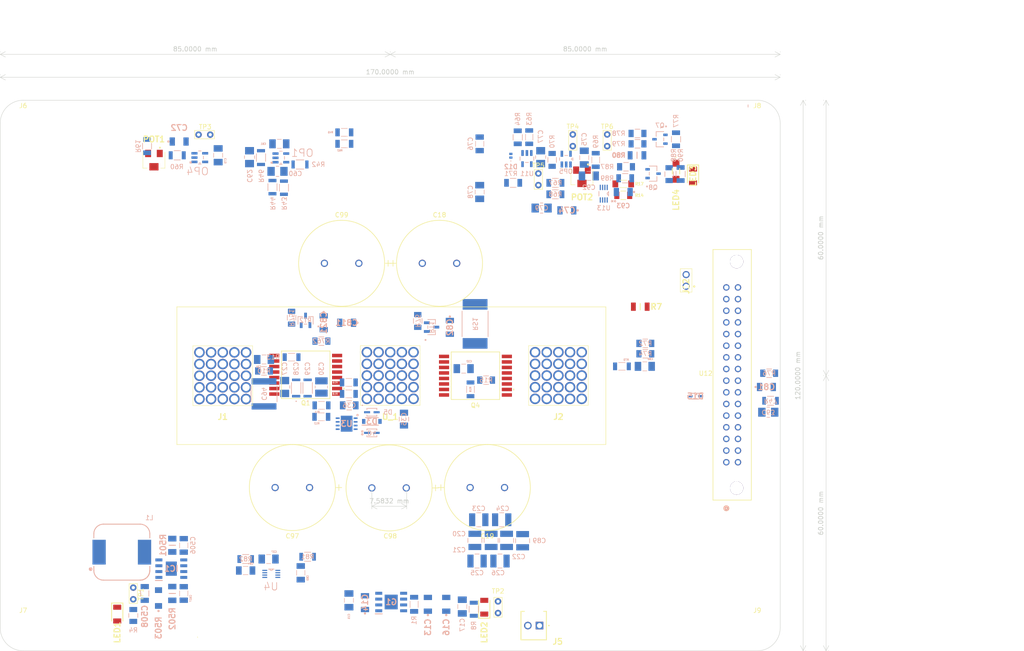
<source format=kicad_pcb>
(kicad_pcb (version 20240108) (generator "pcbnew") (generator_version "8.0")
  (layers (0 "F.Cu" signal) (1 "In1.Cu" signal) (2 "In2.Cu" signal) (31 "B.Cu" signal) (34 "B.Paste" user) (35 "F.Paste" user) (36 "B.SilkS" user "B.Silkscreen") (37 "F.SilkS" user "F.Silkscreen") (38 "B.Mask" user) (39 "F.Mask" user) (44 "Edge.Cuts" user))
  (net 0 "")
  (net 1 "Net-(G1-Q)")
  (net 2 "Net-(G1-BYP)")
  (net 3 "Net-(C31-Pad2)")
  (net 4 "12V")
  (net 5 "5V")
  (net 6 "V_BAT-")
  (net 7 "+BATT")
  (net 8 "/U-Phase/U")
  (net 9 "Net-(C32-Pad2)")
  (net 10 "/U-Phase/U_CS+")
  (net 11 "Net-(C81-Pad2)")
  (net 12 "Net-(D4-A)")
  (net 13 "Net-(D5-A)")
  (net 14 "Net-(D3-K)")
  (net 15 "/U-Phase/12V")
  (net 16 "/U-Phase/+5V")
  (net 17 "GND")
  (net 18 "Net-(OP1-+IN)")
  (net 19 "Net-(OP1--IN)")
  (net 20 "Net-(OP1-V+)")
  (net 21 "Net-(OP1-OUT)")
  (net 22 "I_SNS_PHASE_U")
  (net 23 "Net-(OP4-+IN)")
  (net 24 "Net-(OP4-V+)")
  (net 25 "Net-(OP5-+IN)")
  (net 26 "Net-(OP5-V+)")
  (net 27 "Net-(D12-K)")
  (net 28 "Net-(OP5--IN)")
  (net 29 "+5V")
  (net 30 "Net-(U13-CLK)")
  (net 31 "Net-(D15-K)")
  (net 32 "U_CS+")
  (net 33 "GNDS")
  (net 34 "/U-Phase/U-HIN")
  (net 35 "/U-Phase/U-LIN")
  (net 36 "Net-(U13-~{CLR})")
  (net 37 "Net-(D4-K)")
  (net 38 "Net-(D5-K)")
  (net 39 "Net-(D12-A)")
  (net 42 "Net-(IC1-FB)")
  (net 44 "Net-(IC1-BST)")
  (net 45 "Net-(IC1-SW)")
  (net 46 "V_BAT+")
  (net 47 "Net-(IC1-RON)")
  (net 48 "Net-(LED1-A)")
  (net 49 "Net-(LED2-A)")
  (net 50 "Net-(LED3-K)")
  (net 51 "Net-(LED4-A)")
  (net 52 "OFFSET")
  (net 53 "Net-(POT1-Pad2)")
  (net 54 "Net-(POT2-Pad2)")
  (net 55 "Net-(Q7-D)")
  (net 56 "/Power Board Connector/DR_EN")
  (net 57 "Net-(Q8-G)")
  (net 58 "SD")
  (net 59 "Net-(RT1-V_{OUT})")
  (net 60 "/U-Phase/U-LO")
  (net 61 "/U-Phase/U-HO")
  (net 62 "/U-Phase/U-HI")
  (net 63 "/U-Phase/U-LI")
  (net 65 "BEMF_PHASE_U")
  (net 66 "I_PHASE_U")
  (net 68 "U-L")
  (net 74 "Net-(RT1-GND)")
  (net 78 "U-H")
  (net 88 "Net-(J12-Pad02)")
  (net 89 "Net-(C811-Pad2)")
  (net 90 "Net-(RT2-V_{DD})")
  (net 91 "Net-(RT2-V_{OUT})")
  (net 93 "Net-(J1-Pin_1)")
  (footprint "Misc-Footprints:LED1" (layer "F.Cu") (at 185.5 140.5 90)
    (property "Reference" "LED2")
    (property "Value" "HSMQ-C150" (hide yes))
  )
  (footprint "Misc-Footprints:PCN" (layer "F.Cu") (at 238.259999 108.9 90)
    (property "Reference" "U12")
    (property "Value" "PCN10-32S-2.54DSA72")
  )
  (footprint "Misc-Footprints:LED1" (layer "F.Cu") (at 231 46.5 -90)
    (property "Reference" "LED3")
    (property "Value" "HSMQ-C150" (hide yes))
  )
  (footprint "TestPoint:TestPoint_Bridge_Pitch2.54mm_Drill0.7mm" (layer "F.Cu") (at 125.77 37.5 180)
    (property "Reference" "TP3")
    (property "Value" "OFFSET")
  )
  (footprint "Kap-1206-Footprints:C18" (layer "F.Cu") (at 182.42 114.42)
    (property "Reference" "C19")
    (property "Value" "100ZLJ820M18X40" (hide yes))
  )
  (footprint "Misc-Footprints:LED1" (layer "F.Cu") (at 105.5 142 -90)
    (property "Reference" "LED1")
    (property "Value" "HSMQ-C150" (hide yes))
  )
  (footprint "Kap-1206-Footprints:C18" (layer "F.Cu") (at 158.16325 65.54 180)
    (property "Reference" "C99")
    (property "Value" "100ZLJ820M18X40" (hide yes))
  )
  (footprint "MountingHole:MountingHole_3.2mm_M3_DIN965" (layer "F.Cu") (at 85 145)
    (property "Reference" "J7")
    (property "Value" "MountingHole_3.2mm_M3_DIN965" (hide yes))
  )
  (footprint "just-footprints:Q1" (layer "F.Cu") (at 146.58 89.840001)
    (property "Reference" "Q1")
    (property "Value" "IAUS300N10S5N015TATMA1" (hide yes))
  )
  (footprint "MountingHole:MountingHole_3.2mm_M3_DIN965" (layer "F.Cu") (at 85 35)
    (property "Reference" "J6")
    (property "Value" "MountingHole_3.2mm_M3_DIN965" (hide yes))
  )
  (footprint "Misc-Footprints:J1" (layer "F.Cu") (at 159.92 95.08)
    (property "Reference" "U_1")
    (property "Value" "Phase-U" (hide yes))
  )
  (footprint "Kap-1206-Footprints:C18" (layer "F.Cu") (at 168.5 114.5 180)
    (property "Reference" "C98")
    (property "Value" "100ZLJ820M18X40" (hide yes))
  )
  (footprint "Misc-Footprints:LED4" (layer "F.Cu") (at 227.294 45.48 180)
    (property "Reference" "LED4")
    (property "Value" "SM1206SRC" (hide yes))
  )
  (footprint "Misc-Footprints:J1" (layer "F.Cu") (at 196.58 95.08)
    (property "Reference" "J2")
    (property "Value" "V_BAT-" (hide yes))
  )
  (footprint "TestPoint:TestPoint_Bridge_Pitch2.54mm_Drill0.7mm" (layer "F.Cu") (at 109 138.77 90)
    (property "Reference" "TP1")
    (property "Value" "12V")
  )
  (footprint "TestPoint:TestPoint_Bridge_Pitch2.54mm_Drill0.7mm" (layer "F.Cu") (at 212.294 40 90)
    (property "Reference" "TP6")
    (property "Value" "SD")
  )
  (footprint "just-footprints:POT2" (layer "F.Cu") (at 113.5 43.05 180)
    (property "Reference" "POT1")
    (property "Value" "50K POT" (hide yes))
  )
  (footprint "TestPoint:TestPoint_Bridge_Pitch2.54mm_Drill0.7mm" (layer "F.Cu") (at 204.794 40 90)
    (property "Reference" "TP4")
    (property "Value" "VREF_OCP")
  )
  (footprint "just-footprints:POT2" (layer "F.Cu") (at 206.794 46.68 180)
    (property "Reference" "POT2")
    (property "Value" "50K POT" (hide yes))
  )
  (footprint "Kap-1206-Footprints:C18" (layer "F.Cu") (at 147.42 114.42 180)
    (property "Reference" "C97")
    (property "Value" "100ZLJ820M18X40" (hide yes))
  )
  (footprint "TestPoint:TestPoint_Bridge_Pitch2.54mm_Drill0.7mm" (layer "F.Cu") (at 197.294 48.5 90)
    (property "Reference" "TP5")
    (property "Value" "OCP")
  )
  (footprint "Misc-Footprints:J1" (layer "F.Cu") (at 133.58 84.96 180)
    (property "Reference" "J1")
    (property "Value" "V_BAT+" (hide yes))
  )
  (footprint "Resistor-1206-Footprints:R17" (layer "F.Cu") (at 215.794 48.23 180)
    (property "Reference" "R17")
    (property "Value" "ERJS08F5101V" (hide yes))
  )
  (footprint "Misc-Footprints:J12" (layer "F.Cu") (at 229.5 70.54 90)
    (property "Reference" "J12")
    (property "Value" "Direction Switch" (hide yes))
  )
  (footprint "Resistor-1206-Footprints:R7" (layer "F.Cu") (at 219.5 75 180)
    (property "Reference" "R7")
    (property "Value" "CRCW12060000Z0EA" (hide yes))
  )
  (footprint "Resistor-1206-Footprints:R14" (layer "F.Cu") (at 215.794 50.73)
    (property "Reference" "R14")
    (property "Value" "CRCW1206130KFKEA" (hide yes))
  )
  (footprint "MountingHole:MountingHole_3.2mm_M3_DIN965" (layer "F.Cu") (at 245 145)
    (property "Reference" "J9")
    (property "Value" "MountingHole_3.2mm_M3_DIN965" (hide yes))
  )
  (footprint "just-footprints:Q1" (layer "F.Cu") (at 183.58 90.040001)
    (property "Reference" "Q4")
    (property "Value" "IAUS300N10S5N015TATMA1" (hide yes))
  )
  (footprint "MountingHole:MountingHole_3.2mm_M3_DIN965" (layer "F.Cu") (at 245 35)
    (property "Reference" "J8")
    (property "Value" "MountingHole_3.2mm_M3_DIN965" (hide yes))
  )
  (footprint "Kap-1206-Footprints:C18" (layer "F.Cu") (at 171.99675 65.54)
    (property "Reference" "C18")
    (property "Value" "100ZLJ820M18X40" (hide yes))
  )
  (footprint "TestPoint:TestPoint_Bridge_Pitch2.54mm_Drill0.7mm" (layer "F.Cu") (at 188.5 141.77 90)
    (property "Reference" "TP2")
    (property "Value" "5V")
  )
  (footprint "Misc-Footprints:J4" (layer "F.Cu") (at 197.54 144.5 180)
    (property "Reference" "J5")
    (property "Value" "+5V_EXT" (hide yes))
  )
  (footprint "Resistor-1206-Footprints:R72" (layer "B.Cu") (at 218.897 37.2394 180)
    (property "Reference" "R78")
    (property "Value" "RC1206FR-0710KL" (hide yes))
  )
  (footprint "infineon-library-footprints:IRLML6346TRPBF" (layer "B.Cu") (at 223.794 38.5 -90)
    (property "Reference" "Q7")
    (property "Value" "IRLML6346" (hide yes))
  )
  (footprint "Resistor-1206-Footprints:R42" (layer "B.Cu") (at 136.8368 42.4986 90)
    (property "Reference" "R46")
    (property "Value" "CPF1206B12KE1" (hide yes))
  )
  (footprint "Resistor-1206-Footprints:R61" (layer "B.Cu") (at 201 48 180)
    (property "Reference" "R67")
    (property "Value" "RC1206FR-071KL")
  )
  (footprint "Resistor-1206-Footprints:R12" (layer "B.Cu") (at 209.794 43.02 -90)
    (property "Reference" "R69")
    (property "Value" "AC1206JR-0710RL" (hide yes))
  )
  (footprint "infineon-library-footprints:IRLML6346TRPBF" (layer "B.Cu") (at 222.294 46 90)
    (property "Reference" "Q8")
    (property "Value" "IRLML6346" (hide yes))
  )
  (footprint "Kap-1206-Footprints:C72" (layer "B.Cu") (at 119 39)
    (property "Reference" "C72")
    (property "Value" "C1206C105K3RACTM" (hide yes))
  )
  (footprint "Kap-1206-Footprints:C20" (layer "B.Cu") (at 183.4544 125.9351 -90)
    (property "Reference" "C20")
    (property "Value" "CS1210KKX7R0BB225" (hide yes))
  )
  (footprint "Misc-Footprints:D12" (layer "B.Cu") (at 191.294 42.1 90)
    (property "Reference" "D12")
    (property "Value" "500mA/30V/TSLP-2-17" (hide yes))
  )
  (footprint "Misc-Footprints:G1" (layer "B.Cu") (at 165.212 139.365)
    (property "Reference" "G1")
    (property "Value" "TLS205B0EJ 50V" (hide yes))
  )
  (footprint "Kap-1206-Footprints:C20" (layer "B.Cu") (at 189.2983 121.4351 180)
    (property "Reference" "C24")
    (property "Value" "CS1210KKX7R0BB225" (hide yes))
  )
  (footprint "Resistor-1206-Footprints:R503" (layer "B.Cu") (at 114.5 138.5 90)
    (property "Reference" "R503")
    (property "Value" "ERJ-P08D4992V" (hide yes))
  )
  (footprint "Kap-1206-Footprints:C14" (layer "B.Cu") (at 177.212 139.865 90)
    (property "Reference" "C16")
    (property "Value" "C1206C106M3PACTU" (hide yes))
  )
  (footprint "Kap-1206-Footprints:C72" (layer "B.Cu") (at 178 79.5 -90)
    (property "Reference" "C82")
    (property "Value" "C1206C105K3RACTM" (hide yes))
  )
  (footprint "Resistor-1206-Footprints:R8" (layer "B.Cu") (at 183.212 140.9426 90)
    (property "Reference" "R8")
    (property "Value" "CRCW1206680RFKEA" (hide yes))
  )
  (footprint "Kap-1206-Footprints:C31" (layer "B.Cu") (at 181.008 88.5 180)
    (property "Reference" "C32")
    (property "Value" "C1206X103K1RECAUTO" (hide yes))
  )
  (footprint "Resistor-1206-Footprints:R13" (layer "B.Cu") (at 215.505 88 180)
    (property "Reference" "R73")
    (property "Value" "CRCW1206100KFKEAC")
  )
  (footprint "Kap-1206-Footprints:C14" (layer "B.Cu") (at 159.5 139.5 90)
    (property "Reference" "C14")
    (property "Value" "C1206C106M3PACTU" (hide yes))
  )
  (footprint "Kap-1206-Footprints:C94" (layer "B.Cu") (at 137.5 94 90)
    (property "Reference" "C94")
    (property "Value" "22201C475KAT2A" (hide yes))
  )
  (footprint "Resistor-1206-Footprints:R12" (layer "B.Cu") (at 155 37)
    (property "Reference" "R45")
    (property "Value" "AC1206JR-0710RL" (hide yes))
  )
  (footprint "Resistor-1206-Footprints:R43" (layer "B.Cu") (at 141.8368 49.0649 90)
    (property "Reference" "R43")
    (property "Value" "PHT1206Y1001BGT" (hide yes))
  )
  (footprint "Resistor-1206-Footprints:R70" (layer "B.Cu") (at 200.294 43 90)
    (property "Reference" "R70")
    (property "Value" "CRCW12061M00FKEAHP" (hide yes))
  )
  (footprint "Kap-1206-Footprints:C8" (layer "B.Cu") (at 198 53.5 180)
    (property "Reference" "C79")
    (property "Value" "C1206R105K3RACTU")
  )
  (footprint "Resistor-1206-Footprints:R13" (layer "B.Cu") (at 143.5 86)
    (property "Reference" "R13")
    (property "Value" "CRCW1206100KFKEAC" (hide yes))
  )
  (footprint "Resistor-1206-Footprints:R7" (layer "B.Cu") (at 218.794 42)
    (property "Reference" "R80")
    (property "Value" "CRCW12060000Z0EA" (hide yes))
  )
  (footprint "Resistor-1206-Footprints:R47" (layer "B.Cu") (at 147 129.5 180)
    (property "Reference" "R81")
    (property "Value" "9T12062A10R0FBHFT")
  )
  (footprint "Resistor-1206-Footprints:R75" (layer "B.Cu") (at 171 78.103 90)
    (property "Reference" "R75")
    (property "Value" "RC1206FR-07200RL" (hide yes))
  )
  (footprint "Resistor-1206-Footprints:R61" (layer "B.Cu") (at 191.794 48)
    (property "Reference" "R71")
    (property "Value" "RC1206FR-071KL" (hide yes))
  )
  (footprint "Kap-1206-Footprints:C30" (layer "B.Cu") (at 150 92.5 90)
    (property "Reference" "C30")
    (property "Value" "GRM32EC72A106KE05L" (hide yes))
  )
  (footprint "Kap-1206-Footprints:C8" (layer "B.Cu") (at 140.434002 45.5 180)
    (property "Reference" "C60")
    (property "Value" "C1206R105K3RACTU" (hide yes))
  )
  (footprint "Kap-1206-Footprints:C506" (layer "B.Cu") (at 120 137.5 90)
    (property "Reference" "C507")
    (property "Value" "12061C225KAT2A" (hide yes))
  )
  (footprint "Resistor-1206-Footprints:R61" (layer "B.Cu") (at 201 50.5 180)
    (property "Reference" "R68")
    (property "Value" "RC1206FR-071KL")
  )
  (footprint "Resistor-1206-Footprints:R60" (layer "B.Cu") (at 118.5776 42 180)
    (property "Reference" "R60")
    (property "Value" "CRCW120622K0FKEA" (hide yes))
  )
  (footprint "Resistor-1206-Footprints:R47" (layer "B.Cu") (at 133.5 130 180)
    (property "Reference" "R82")
    (property "Value" "9T12062A10R0FBHFT" (hide yes))
  )
  (footprint "infineon-library-footprints:SN74LVC2G74MDCUTEP" (layer "B.Cu") (at 211.544001 50.3716 90)
    (property "Reference" "U13")
    (property "Value" "SN74LVC2G74DCUR" (hide yes))
  )
  (footprint "Kap-1206-Footprints:C31" (layer "B.Cu") (at 137.5 86.5)
    (property "Reference" "C31")
    (property "Value" "C1206X103K1RECAUTO")
  )
  (footprint "Kap-1206-Footprints:C20" (layer "B.Cu") (at 190.3632 125.9351 -90)
    (property "Reference" "C22")
    (property "Value" "CS1210KKX7R0BB225" (hide yes))
  )
  (footprint "infineon-library-footprints:AD8615" (layer "B.Cu") (at 141.1684 42.5602)
    (property "Reference" "OP1")
    (property "Value" "AD8615AUJZ" (hide yes))
  )
  (footprint "Resistor-1206-Footprints:R72" (layer "B.Cu") (at 216.397 44.5 180)
    (property "Reference" "R87")
    (property "Value" "RC1206FR-0710KL" (hide yes))
  )
  (footprint "Kap-1206-Footprints:C20" (layer "B.Cu") (at 183.9281 130.4351)
    (property "Reference" "C25")
    (property "Value" "CS1210KKX7R0BB225" (hide yes))
  )
  (footprint "Resistor-1206-Footprints:R42" (layer "B.Cu") (at 145.3368 44 180)
    (property "Reference" "R42")
    (property "Value" "CPF1206B12KE1" (hide yes))
  )
  (footprint "Kap-1206-Footprints:C72" (layer "B.Cu") (at 215.794 50 180)
    (property "Reference" "C93")
    (property "Value" "C1206C105K3RACTM" (hide yes))
  )
  (footprint "Resistor-1206-Footprints:R76" (layer "B.Cu") (at 150 82.5 180)
    (property "Reference" "R762")
    (property "Value" "ERJ-8ENF1000V")
  )
  (footprint "Kap-1206-Footprints:C508" (layer "B.Cu") (at 111.5 137.5 90)
    (property "Reference" "C508")
    (property "Value" "12061C273KAT2A" (hide yes))
  )
  (footprint "Resistor-1206-Footprints:R43" (layer "B.Cu") (at 139.3368 48.9351 90)
    (property "Reference" "R44")
    (property "Value" "PHT1206Y1001BGT" (hide yes))
  )
  (footprint "Kap-1206-Footprints:C35" (layer "B.Cu") (at 168 99.5 -90)
    (property "Reference" "C35")
    (property "Value" "C1206C104K5RAC7025")
  )
  (footprint "Kap-1206-Footprints:C15" (layer "B.Cu") (at 180.712 140.357 90)
    (property "Reference" "C17")
    (property "Value" "C1206X104M3RECAUTO" (hide yes))
  )
  (footprint "Kap-1206-Footprints:C15" (layer "B.Cu") (at 220.492 88 180)
    (property "Reference" "C80")
    (property "Value" "C1206X104M3RECAUTO")
  )
  (footprint "Resistor-1206-Footprints:R11" (layer "B.Cu") (at 150.02 96.5)
    (property "Reference" "R11")
    (property "Value" "RC1206JR-0730RL" (hide yes))
  )
  (footprint "Kap-1206-Footprints:C20" (layer "B.Cu") (at 188.9281 130.4351)
    (property "Reference" "C26")
    (property "Value" "CS1210KKX7R0BB225" (hide yes))
  )
  (footprint "Misc-Footprints:DC" (layer "B.Cu") (at 117.288 132.095)
    (property "Reference" "IC1")
    (property "Value" "LM5013QDDARQ1" (hide yes))
  )
  (footprint "Kap-1206-Footprints:C83" (layer "B.Cu") (at 145.5 133 90)
    (property "Reference" "C83")
    (property "Value" "1206Y0250101KXT")
  )
  (footprint "Kap-1206-Footprints:C15" (layer "B.Cu") (at 127.5 41.992 90)
    (property "Reference" "C73")
    (property "Value" "C1206X104M3RECAUTO" (hide yes))
  )
  (footprint "Resistor-1206-Footprints:R502" (layer "B.Cu") (at 117.5 137.5 90)
    (property "Reference" "R502")
    (property "Value" "CR1206-FX-4533ELF" (hide yes))
  )
  (footprint "Resistor-1206-Footprints:R61" (layer "B.Cu") (at 112 40 90)
    (property "Reference" "R61")
    (property "Value" "RC1206FR-071KL" (hide yes))
  )
  (footprint "Kap-1206-Footprints:C8" (layer "B.Cu") (at 197.794 42.402798 90)
    (property "Reference" "C77")
    (property "Value" "C1206R105K3RACTU" (hide yes))
  )
  (footprint "Kap-1206-Footprints:C72" (layer "B.Cu") (at 150.5 78.5 -90)
    (property "Reference" "C821")
    (property "Value" "C1206C105K3RACTM" (hide yes))
  )
  (footprint "Kap-1206-Footprints:C83" (layer "B.Cu") (at 133.485 132.5 180)
    (property "Reference" "C84")
    (property "Value" "1206Y0250101KXT" (hide yes))
  )
  (footprint "Kap-1206-Footprints:C15" (layer "B.Cu") (at 138.492 130 180)
    (property "Reference" "C37")
    (property "Value" "C1206X104M3RECAUTO" (hide yes))
  )
  (footprint "Resistor-1206-Footprints:R89" (layer "B.Cu") (at 216.2164 47 180)
    (property "Reference" "R89")
    (property "Value" "RMCF1206JT20K0" (hide yes))
  )
  (footprint "Resistor-1206-Footprints:R4" (layer "B.Cu") (at 109 142.2954 90)
    (property "Reference" "R4")
    (property "Value" "RNCP1206FTD1K00" (hide yes))
  )
  (footprint "Kap-1206-Footprints:C28" (layer "B.Cu") (at 144.5 92.722 90)
    (property "Reference" "C28")
    (property "Value" "C3216X7S2A225K160AB" (hide yes))
  )
  (footprint "Kap-1206-Footprints:C76" (layer "B.Cu") (at 184.5 39.5 90)
    (property "Reference" "C76")
    (property "Value" "C1206C102K3REC" (hide yes))
  )
  (footprint "Kap-1206-Footprints:C15" (layer "B.Cu") (at 156 139 90)
    (property "Reference" "C15")
    (property "Value" "C1206X104M3RECAUTO" (hide yes))
  )
  (footprint "Resistor-1206-Footprints:R47" (layer "B.Cu") (at 247.897 95.5)
    (property "Reference" "R47")
    (property "Value" "9T12062A10R0FBHFT" (hide yes))
  )
  (footprint "just-footprints:U4" (layer "B.Cu") (at 139.0776 133.238 180)
    (property "Reference" "U4")
    (property "Value" "NL27WZ08USG" (hide yes))
  )
  (footprint "Resistor-1206-Footprints:R12" (layer "B.Cu") (at 155 39.5)
    (property "Reference" "R62")
    (property "Value" "AC1206JR-0710RL" (hide yes))
  )
  (footprint "Kap-1206-Footprints:C72" (layer "B.Cu") (at 155.5 78.5 180)
    (property "Reference" "C811")
    (property "Value" "C1206C105K3RACTM" (hide yes))
  )
  (footprint "Resistor-1206-Footprints:R77" (layer "B.Cu") (at 228.294 46.0776 90)
    (property "Reference" "R90")
    (property "Value" "RMCF1206FT330R" (hide yes))
  )
  (footprint "Resistor-1206-Footprints:R10" (layer "B.Cu") (at 185.897 91 180)
    (property "Reference" "R15")
    (property "Value" "RC1206JR-071R2L" (hide yes))
  )
  (footprint "infineon-library-footprints:LMV331M5" (layer "B.Cu") (at 194.794 42.7192 -90)
    (property "Reference" "U11")
    (property "Value" "LMV331" (hide yes))
  )
  (footprint "Resistor-1206-Footprints:R11" (layer "B.Cu") (at 155.98 91.5)
    (property "Reference" "R16")
    (property "Value" "RC1206JR-0730RL" (hide yes))
  )
  (footprint "Resistor-1206-Footprints:R63" (layer "B.Cu") (at 195.294 38.045 90)
    (property "Reference" "R63")
    (property "Value" "SR1206FR-7W10KL" (hide yes))
  )
  (footprint "Resistor-1206-Footprints:R72" (layer "B.Cu") (at 220.603 83 180)
    (property "Reference" "R72")
    (property "Value" "RC1206FR-0710KL")
  )
  (footprint "Resistor-1206-Footprints:R10" (layer "B.Cu") (at 137.5 89 180)
    (property "Reference" "R10")
    (property "Value" "RC1206JR-071R2L")
  )
  (footprint "infineon-library-footprints:MCP9700AT_E_TT" (layer "B.Cu") (at 146.549999 77.9848 180)
    (property "Reference" "RT2")
    (property "Value" "MCP9700Ax-ETT" (hide yes))
  )
  (footprint "Misc-Footprints:D4" (layer "B.Cu") (at 161 102.5)
    (property "Reference" "D4")
    (property "Value" "BAT165E63227HTSAI")
  )
  (footprint "Kap-1206-Footprints:C15" (layer "B.Cu") (at 184.5 50 90)
    (property "Reference" "C78")
    (property "Value" "C1206X104M3RECAUTO" (hide yes))
  )
  (footprint "Resistor-1206-Footprints:R74" (layer "B.Cu") (at 220.603 85.2606 180)
    (property "Reference" "R74")
    (property "Value" "RC1206FR-077K87L")
  )
  (footprint "infineon-library-footprints:AD8615" (layer "B.Cu") (at 203.3542 42.8316 90)
    (property "Reference" "OP5")
    (property "Value" "AD8615AUJZ" (hide yes))
  )
  (footprint "Kap-1206-Footprints:C13" (layer "B.Cu") (at 173.212 139.865 90)
    (property "Reference" "C13")
    (property "Value" "C1206C103J3RACAUTO" (hide yes))
  )
  (footprint "Resistor-1206-Footprints:R72" (layer "B.Cu") (at 225.794 46.103 90)
    (property "Reference" "R88")
    (property "Value" "RC1206FR-0710KL" (hide yes))
  )
  (footprint "Kap-1206-Footprints:C72" (layer "B.Cu") (at 203.5 54 180)
    (property "Reference" "C74")
    (property "Value" "C1206C105K3RACTM" (hide yes))
  )
  (footprint "Resistor-1206-Footprints:R72" (layer "B.Cu") (at 218.897 39.5 180)
    (property "Reference" "R79")
    (property "Value" "RC1206FR-0710KL" (hide yes))
  )
  (footprint "Kap-1206-Footprints:C8" (layer "B.Cu") (at 247.402798 98)
    (property "Reference" "C63")
    (property "Value" "C1206R105K3RACTU" (hide yes))
  )
  (footprint "Kap-1206-Footprints:C15" (layer "B.Cu") (at 140.8368 39.5)
    (property "Reference" "C61")
    (property "Value" "C1206X104M3RECAUTO" (hide yes))
  )
  (footprint "Kap-1206-Footprints:C20" (layer "B.Cu") (at 184.2983 121.4351 180)
    (property "Reference" "C23")
    (property "Value" "CS1210KKX7R0BB225" (hide yes))
  )
  (footprint "Misc-Footprints:D15" (layer "B.Cu") (at 231.5 94.5 180)
    (property "Reference" "D15")
    (property "Value" "DIODE ZENER" (hide yes))
  )
  (footprint "Misc-Footprints:D3" (layer "B.Cu") (at 161 100)
    (property "Reference" "D3")
    (property "Value" "SMD2150PL-TP" (hide yes))
  )
  (footprint "Misc-Footprints:L1" (layer "B.Cu") (at 106.5 128.5 90)
    (property "Reference" "L1")
    (property "Value" "WE-PD_1210" (hide yes))
  )
  (footprint "Kap-1206-Footprints:C8" (layer "B.Cu") (at 134.3368 42.402798 90)
    (property "Reference" "C62")
    (property "Value" "C1206R105K3RACTU" (hide yes))
  )
  (footprint "Resistor-1206-Footprints:R75" (layer "B.Cu") (at 143.5 77.397 90)
    (property "Reference" "R751")
    (property "Value" "RC1206FR-07200RL" (hide yes))
  )
  (footprint "Kap-1206-Footprints:C506" (layer "B.Cu") (at 120 127.025 90)
    (property "Reference" "C506")
    (property "Value" "12061C225KAT2A" (hide yes))
  )
  (footprint "Kap-1206-Footprints:C36" (layer "B.Cu") (at 156.0649 96.5 180)
    (property "Reference" "C36")
    (property "Value" "TMK316BJ106ML-T" (hide yes))
  )
  (footprint "Resistor-1206-Footprints:R77" (layer "B.Cu") (at 227.294 38.5 90)
    (property "Reference" "R77")
    (property "Value" "RMCF1206FT330R" (hide yes))
  )
  (footprint "Kap-1206-Footprints:C20" (layer "B.Cu") (at 193.8632 126 -90)
    (property "Reference" "C89")
    (property "Value" "CS1210KKX7R0BB225" (hide yes))
  )
  (footprint "Resistor-1206-Footprints:R76" (layer "B.Cu") (at 247.597202 89.5 180)
    (property "Reference" "R76")
    (property "Value" "ERJ-8ENF1000V" (hide yes))
  )
  (footprint "Resistor-1206-Footprints:R501" (layer "B.Cu") (at 117.5 127 90)
    (property "Reference" "R501")
    (property "Value" "RMCF1206FT100K" (hide yes))
  )
  (footprint "Misc-Footprints:D4" (layer "B.Cu") (at 161 98 180)
    (property "Reference" "D5")
    (property "Value" "BAT165E63227HTSAI" (hide yes))
  )
  (footprint "Kap-1206-Footprints:C72" (layer "B.Cu") (at 247 92.5)
    (property "Reference" "C81")
    (property "Value" "C1206C105K3RACTM" (hide yes))
  )
  (footprint "Kap-1206-Footprints:C20" (layer "B.Cu") (at 187 125.9351 -90)
    (property "Reference" "C21")
    (property "Value" "CS1210KKX7R0BB225" (hide yes))
  )
  (footprint "Kap-1206-Footprints:C1" (layer "B.Cu") (at 142 92.5 90)
    (property "Reference" "C27")
    (property "Value" "C1206X104K1RACTU" (hide yes))
  )
  (footprint "Resistor-1206-Footprints:R12" (layer "B.Cu") (at 149.98 99)
    (property "Reference" "R12")
    (property "Value" "AC1206JR-0710RL" (hide yes))
  )
  (footprint "Resistor-1206-Footprints:R64" (layer "B.Cu") (at 192.794 38.0776 90)
    (property "Reference" "R64")
    (property "Value" "RMCF1206ZT0R00" (hide yes))
  )
  (footprint "Resistor-1206-Footprints:R13" (layer "B.Cu") (at 182.5 93.005 90)
    (property "Reference" "R19")
    (property "Value" "CRCW1206100KFKEAC" (hide yes))
  )
  (footprint "infineon-library-footprints:HCS3920FT1L00" (layer "B.Cu") (at 183.5 78.7455 90)
    (property "Reference" "RS1")
    (property "Value" "HCS3920FT1L00")
  )
  (footprint "Kap-1206-Footprints:C28" (layer "B.Cu") (at 147 92.722 90)
    (property "Reference" "C29")
    (property "Value" "C3216X7S2A225K160AB" (hide yes))
  )
  (footprint "Kap-1206-Footprints:C15" (layer "B.Cu") (at 208.286 46.5)
    (property "Reference" "C92")
    (property "Value" "C1206X104M3RECAUTO" (hide yes))
  )
  (footprint "infineon-library-footprints:MCP9700AT_E_TT" (layer "B.Cu") (at 174.0152 79.450001 90)
    (property "Reference" "RT1")
    (property "Value" "MCP9700Ax-ETT" (hide yes))
  )
  (footprint "Kap-1206-Footprints:C15" (layer "B.Cu") (at 207.294 42.508 90)
    (property "Reference" "C75")
    (property "Value" "C1206X104M3RECAUTO" (hide yes))
  )
  (footprint "Resistor-1206-Footprints:R1" (layer "B.Cu") (at 170.212 139.865 90)
    (property "Reference" "R1")
    (property "Value" "PMR18EZPJ000" (hide yes))
  )
  (footprint "infineon-library-footprints:AD8615" (layer "B.Cu") (at 123.5 42.5)
    (property "Reference" "OP4")
    (property "Value" "AD8615AUJZ" (hide yes))
  )
  (footprint "Resistor-1206-Footprints:R12" (layer "B.Cu") (at 155.98 94)
    (property "Reference" "R18")
    (property "Value" "AC1206JR-0710RL" (hide yes))
  )
  (footprint "just-footprints:U3" (layer "B.Cu") (at 155.5 100.5 180)
    (property "Reference" "U3")
    (property "Value" "2EDL8x24G" (hide yes))
  )
  (gr_line (start 243 31) (end 243 31.5) (stroke (width 0.15)) (layer "B.SilkS"))
  (gr_line (start 212 105) (end 212 75.04) (stroke (width 0.127)) (layer "F.SilkS"))
  (gr_line (start 122.97148 146.98233) (end 123.04971 147.07631) (stroke (width 0.127)) (layer "F.SilkS"))
  (gr_line (start 118.5 105.04) (end 212 105.04) (stroke (width 0.127)) (layer "F.SilkS"))
  (gr_line (start 118.5 75.04) (end 212 75.04) (stroke (width 0.127)) (layer "F.SilkS"))
  (gr_line (start 118.5 105.04) (end 118.5 75.04) (stroke (width 0.127)) (layer "F.SilkS"))
  (gr_arc (start 250 145) (mid 248.535534 148.535534) (end 245 150) (stroke (width 0.1)) (layer "Edge.Cuts"))
  (gr_arc (start 80 35) (mid 81.464466 31.464466) (end 85 30) (stroke (width 0.1)) (layer "Edge.Cuts"))
  (gr_line (start 250 145) (end 250 35) (stroke (width 0.1)) (layer "Edge.Cuts"))
  (gr_line (start 80 35) (end 80 145) (stroke (width 0.1)) (layer "Edge.Cuts"))
  (gr_line (start 245 30) (end 85 30) (stroke (width 0.1)) (layer "Edge.Cuts"))
  (gr_arc (start 85 150) (mid 81.464466 148.535534) (end 80 145) (stroke (width 0.1)) (layer "Edge.Cuts"))
  (gr_line (start 85 150) (end 245 150) (stroke (width 0.1)) (layer "Edge.Cuts"))
  (gr_arc (start 245 30) (mid 248.535534 31.464466) (end 250 35) (stroke (width 0.1)) (layer "Edge.Cuts"))
  (dimension (type aligned) (layer "Edge.Cuts") (pts (xy 80 25) (xy 250 25)) (height 0) (gr_text "170.0000 mm" (at 165 23.85 0) (layer "Edge.Cuts") (effects (font (size 1 1) (thickness 0.15)))) (format (prefix "") (suffix "") (units 3) (units_format 1) (precision 4)) (style (thickness 0.1) (arrow_length 1.27) (text_position_mode 0) (extension_height 0.58642) (extension_offset 0.5) keep_text_aligned))
  (dimension (type aligned) (layer "Edge.Cuts") (pts (xy 80 20) (xy 165 20)) (height 0) (gr_text "85.0000 mm" (at 122.5 18.85 0) (layer "Edge.Cuts") (effects (font (size 1 1) (thickness 0.15)))) (format (prefix "") (suffix "") (units 3) (units_format 1) (precision 4)) (style (thickness 0.1) (arrow_length 1.27) (text_position_mode 0) (extension_height 0.58642) (extension_offset 0.5) keep_text_aligned))
  (dimension (type aligned) (layer "Edge.Cuts") (pts (xy 260 90) (xy 260 30)) (height 0) (gr_text "60.0000 mm" (at 258.85 60 90) (layer "Edge.Cuts") (effects (font (size 1 1) (thickness 0.15)))) (format (prefix "") (suffix "") (units 3) (units_format 1) (precision 4)) (style (thickness 0.1) (arrow_length 1.27) (text_position_mode 0) (extension_height 0.58642) (extension_offset 0.5) keep_text_aligned))
  (dimension (type aligned) (layer "Edge.Cuts") (pts (xy 165 20) (xy 250 20)) (height 0) (gr_text "85.0000 mm" (at 207.5 18.85 0) (layer "Edge.Cuts") (effects (font (size 1 1) (thickness 0.15)))) (format (prefix "") (suffix "") (units 3) (units_format 1) (precision 4)) (style (thickness 0.1) (arrow_length 1.27) (text_position_mode 0) (extension_height 0.58642) (extension_offset 0.5) keep_text_aligned))
  (dimension (type aligned) (layer "Edge.Cuts") (pts (xy 255 30) (xy 255 150)) (height 0) (gr_text "120.0000 mm" (at 253.85 90 90) (layer "Edge.Cuts") (effects (font (size 1 1) (thickness 0.15)))) (format (prefix "") (suffix "") (units 3) (units_format 1) (precision 4)) (style (thickness 0.1) (arrow_length 1.27) (text_position_mode 0) (extension_height 0.58642) (extension_offset 0.5) keep_text_aligned))
  (dimension (type aligned) (layer "Edge.Cuts") (pts (xy 161 114.5) (xy 168.58325 114.5)) (height 4) (gr_text "7.5832 mm" (at 164.791625 117.35 0) (layer "Edge.Cuts") (effects (font (size 1 1) (thickness 0.15)))) (format (prefix "") (suffix "") (units 3) (units_format 1) (precision 4)) (style (thickness 0.1) (arrow_length 1.27) (text_position_mode 0) (extension_height 0.58642) (extension_offset 0.5) keep_text_aligned))
  (dimension (type aligned) (layer "Edge.Cuts") (pts (xy 260 90) (xy 260 150)) (height 0) (gr_text "60.0000 mm" (at 258.85 120 90) (layer "Edge.Cuts") (effects (font (size 1 1) (thickness 0.15)))) (format (prefix "") (suffix "") (units 3) (units_format 1) (precision 4)) (style (thickness 0.1) (arrow_length 1.27) (text_position_mode 0) (extension_height 0.58642) (extension_offset 0.5) keep_text_aligned))
  (segment (start 141.8368 45.5) (end 141.8368 44.6632) (width 0.25) (layer "B.Cu") (net 19))
  (segment (start 136.645196 43.805596) (end 136.8368 43.9972) (width 0.25) (layer "B.Cu") (net 19))
  (segment (start 141.8368 45.747377) (end 141.8368 45.5) (width 0.25) (layer "B.Cu") (net 19))
  (segment (start 139.3368 47.5) (end 140.084177 47.5) (width 0.25) (layer "B.Cu") (net 19))
)
</source>
